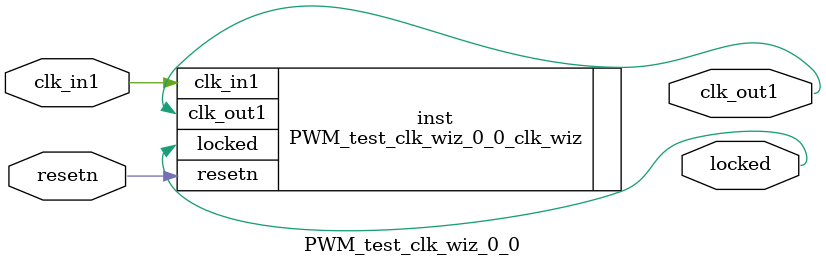
<source format=v>


`timescale 1ps/1ps

(* CORE_GENERATION_INFO = "PWM_test_clk_wiz_0_0,clk_wiz_v6_0_11_0_0,{component_name=PWM_test_clk_wiz_0_0,use_phase_alignment=true,use_min_o_jitter=false,use_max_i_jitter=false,use_dyn_phase_shift=false,use_inclk_switchover=false,use_dyn_reconfig=false,enable_axi=0,feedback_source=FDBK_AUTO,PRIMITIVE=MMCM,num_out_clk=1,clkin1_period=10.000,clkin2_period=10.000,use_power_down=false,use_reset=true,use_locked=true,use_inclk_stopped=false,feedback_type=SINGLE,CLOCK_MGR_TYPE=NA,manual_override=false}" *)

module PWM_test_clk_wiz_0_0 
 (
  // Clock out ports
  output        clk_out1,
  // Status and control signals
  input         resetn,
  output        locked,
 // Clock in ports
  input         clk_in1
 );

  PWM_test_clk_wiz_0_0_clk_wiz inst
  (
  // Clock out ports  
  .clk_out1(clk_out1),
  // Status and control signals               
  .resetn(resetn), 
  .locked(locked),
 // Clock in ports
  .clk_in1(clk_in1)
  );

endmodule

</source>
